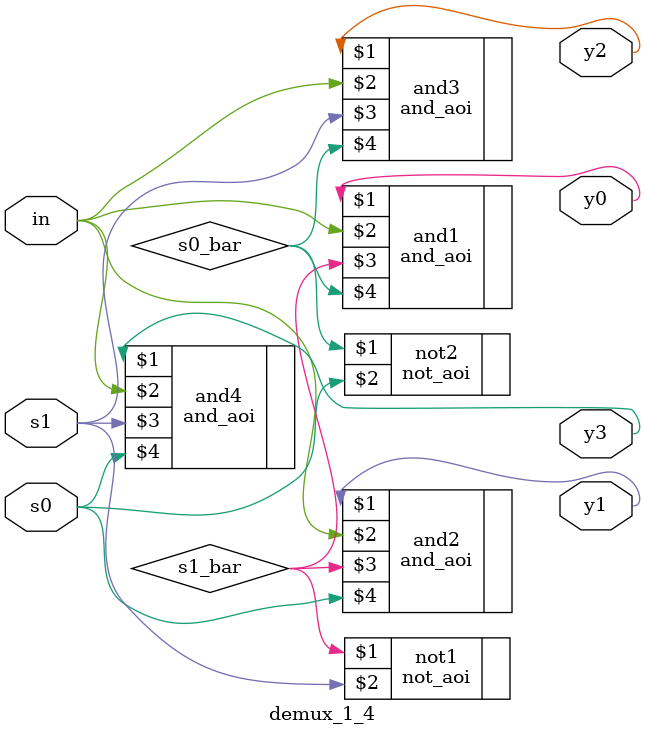
<source format=v>
`include "basic_gates.v"

module demux_1_4(input in, s1, s0, output y3, y2, y1, y0);
    wire s1_bar, s0_bar;
    
    not_aoi not1(s1_bar, s1);
    not_aoi not2(s0_bar, s0);
    
    and_aoi and1(y0, in, s1_bar, s0_bar);
    and_aoi and2(y1, in, s1_bar, s0);
    and_aoi and3(y2, in, s1, s0_bar);
    and_aoi and4(y3, in, s1, s0);
endmodule
</source>
